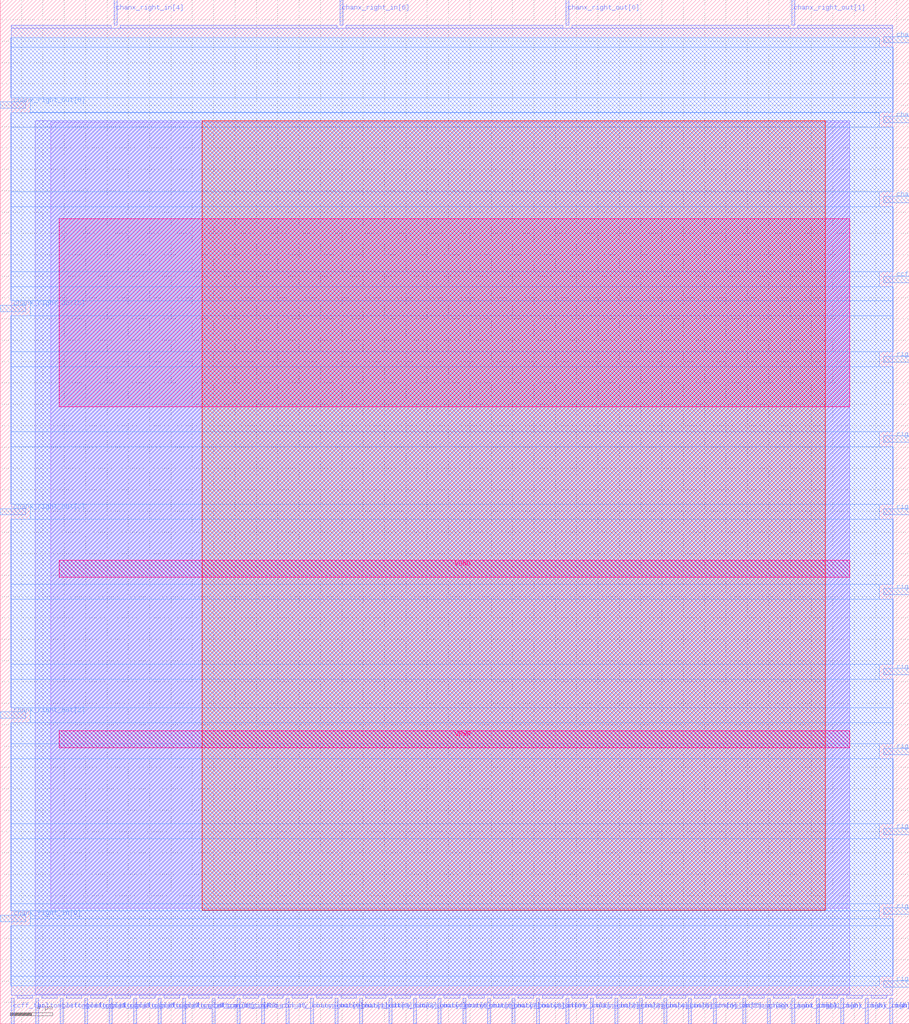
<source format=lef>
VERSION 5.7 ;
  NOWIREEXTENSIONATPIN ON ;
  DIVIDERCHAR "/" ;
  BUSBITCHARS "[]" ;
MACRO sb_0__3_
  CLASS BLOCK ;
  FOREIGN sb_0__3_ ;
  ORIGIN 0.000 0.000 ;
  SIZE 85.160 BY 95.880 ;
  PIN bottom_left_grid_pin_11_
    DIRECTION INPUT ;
    PORT
      LAYER met2 ;
        RECT 14.810 0.000 15.090 2.400 ;
    END
  END bottom_left_grid_pin_11_
  PIN bottom_left_grid_pin_13_
    DIRECTION INPUT ;
    PORT
      LAYER met2 ;
        RECT 17.110 0.000 17.390 2.400 ;
    END
  END bottom_left_grid_pin_13_
  PIN bottom_left_grid_pin_15_
    DIRECTION INPUT ;
    PORT
      LAYER met2 ;
        RECT 19.870 0.000 20.150 2.400 ;
    END
  END bottom_left_grid_pin_15_
  PIN bottom_left_grid_pin_1_
    DIRECTION INPUT ;
    PORT
      LAYER met2 ;
        RECT 3.310 0.000 3.590 2.400 ;
    END
  END bottom_left_grid_pin_1_
  PIN bottom_left_grid_pin_3_
    DIRECTION INPUT ;
    PORT
      LAYER met2 ;
        RECT 5.610 0.000 5.890 2.400 ;
    END
  END bottom_left_grid_pin_3_
  PIN bottom_left_grid_pin_5_
    DIRECTION INPUT ;
    PORT
      LAYER met2 ;
        RECT 7.910 0.000 8.190 2.400 ;
    END
  END bottom_left_grid_pin_5_
  PIN bottom_left_grid_pin_7_
    DIRECTION INPUT ;
    PORT
      LAYER met2 ;
        RECT 10.210 0.000 10.490 2.400 ;
    END
  END bottom_left_grid_pin_7_
  PIN bottom_left_grid_pin_9_
    DIRECTION INPUT ;
    PORT
      LAYER met2 ;
        RECT 12.510 0.000 12.790 2.400 ;
    END
  END bottom_left_grid_pin_9_
  PIN bottom_right_grid_pin_11_
    DIRECTION INPUT ;
    PORT
      LAYER met2 ;
        RECT 69.550 0.000 69.830 2.400 ;
    END
  END bottom_right_grid_pin_11_
  PIN ccff_head
    DIRECTION INPUT ;
    PORT
      LAYER met3 ;
        RECT 82.760 69.400 85.160 70.000 ;
    END
  END ccff_head
  PIN ccff_tail
    DIRECTION OUTPUT TRISTATE ;
    PORT
      LAYER met2 ;
        RECT 1.010 0.000 1.290 2.400 ;
    END
  END ccff_tail
  PIN chanx_right_in[0]
    DIRECTION INPUT ;
    PORT
      LAYER met3 ;
        RECT 0.000 9.560 2.400 10.160 ;
    END
  END chanx_right_in[0]
  PIN chanx_right_in[1]
    DIRECTION INPUT ;
    PORT
      LAYER met2 ;
        RECT 71.850 0.000 72.130 2.400 ;
    END
  END chanx_right_in[1]
  PIN chanx_right_in[2]
    DIRECTION INPUT ;
    PORT
      LAYER met2 ;
        RECT 74.150 0.000 74.430 2.400 ;
    END
  END chanx_right_in[2]
  PIN chanx_right_in[3]
    DIRECTION INPUT ;
    PORT
      LAYER met2 ;
        RECT 76.450 0.000 76.730 2.400 ;
    END
  END chanx_right_in[3]
  PIN chanx_right_in[4]
    DIRECTION INPUT ;
    PORT
      LAYER met2 ;
        RECT 10.670 93.480 10.950 95.880 ;
    END
  END chanx_right_in[4]
  PIN chanx_right_in[5]
    DIRECTION INPUT ;
    PORT
      LAYER met3 ;
        RECT 82.760 76.880 85.160 77.480 ;
    END
  END chanx_right_in[5]
  PIN chanx_right_in[6]
    DIRECTION INPUT ;
    PORT
      LAYER met2 ;
        RECT 31.830 93.480 32.110 95.880 ;
    END
  END chanx_right_in[6]
  PIN chanx_right_in[7]
    DIRECTION INPUT ;
    PORT
      LAYER met3 ;
        RECT 82.760 84.360 85.160 84.960 ;
    END
  END chanx_right_in[7]
  PIN chanx_right_in[8]
    DIRECTION INPUT ;
    PORT
      LAYER met2 ;
        RECT 78.750 0.000 79.030 2.400 ;
    END
  END chanx_right_in[8]
  PIN chanx_right_out[0]
    DIRECTION OUTPUT TRISTATE ;
    PORT
      LAYER met2 ;
        RECT 52.990 93.480 53.270 95.880 ;
    END
  END chanx_right_out[0]
  PIN chanx_right_out[1]
    DIRECTION OUTPUT TRISTATE ;
    PORT
      LAYER met2 ;
        RECT 74.150 93.480 74.430 95.880 ;
    END
  END chanx_right_out[1]
  PIN chanx_right_out[2]
    DIRECTION OUTPUT TRISTATE ;
    PORT
      LAYER met3 ;
        RECT 0.000 28.600 2.400 29.200 ;
    END
  END chanx_right_out[2]
  PIN chanx_right_out[3]
    DIRECTION OUTPUT TRISTATE ;
    PORT
      LAYER met3 ;
        RECT 0.000 47.640 2.400 48.240 ;
    END
  END chanx_right_out[3]
  PIN chanx_right_out[4]
    DIRECTION OUTPUT TRISTATE ;
    PORT
      LAYER met3 ;
        RECT 82.760 91.840 85.160 92.440 ;
    END
  END chanx_right_out[4]
  PIN chanx_right_out[5]
    DIRECTION OUTPUT TRISTATE ;
    PORT
      LAYER met3 ;
        RECT 0.000 66.680 2.400 67.280 ;
    END
  END chanx_right_out[5]
  PIN chanx_right_out[6]
    DIRECTION OUTPUT TRISTATE ;
    PORT
      LAYER met3 ;
        RECT 0.000 85.720 2.400 86.320 ;
    END
  END chanx_right_out[6]
  PIN chanx_right_out[7]
    DIRECTION OUTPUT TRISTATE ;
    PORT
      LAYER met2 ;
        RECT 81.050 0.000 81.330 2.400 ;
    END
  END chanx_right_out[7]
  PIN chanx_right_out[8]
    DIRECTION OUTPUT TRISTATE ;
    PORT
      LAYER met2 ;
        RECT 83.350 0.000 83.630 2.400 ;
    END
  END chanx_right_out[8]
  PIN chany_bottom_in[0]
    DIRECTION INPUT ;
    PORT
      LAYER met2 ;
        RECT 47.930 0.000 48.210 2.400 ;
    END
  END chany_bottom_in[0]
  PIN chany_bottom_in[1]
    DIRECTION INPUT ;
    PORT
      LAYER met2 ;
        RECT 50.230 0.000 50.510 2.400 ;
    END
  END chany_bottom_in[1]
  PIN chany_bottom_in[2]
    DIRECTION INPUT ;
    PORT
      LAYER met2 ;
        RECT 52.990 0.000 53.270 2.400 ;
    END
  END chany_bottom_in[2]
  PIN chany_bottom_in[3]
    DIRECTION INPUT ;
    PORT
      LAYER met2 ;
        RECT 55.290 0.000 55.570 2.400 ;
    END
  END chany_bottom_in[3]
  PIN chany_bottom_in[4]
    DIRECTION INPUT ;
    PORT
      LAYER met2 ;
        RECT 57.590 0.000 57.870 2.400 ;
    END
  END chany_bottom_in[4]
  PIN chany_bottom_in[5]
    DIRECTION INPUT ;
    PORT
      LAYER met2 ;
        RECT 59.890 0.000 60.170 2.400 ;
    END
  END chany_bottom_in[5]
  PIN chany_bottom_in[6]
    DIRECTION INPUT ;
    PORT
      LAYER met2 ;
        RECT 62.190 0.000 62.470 2.400 ;
    END
  END chany_bottom_in[6]
  PIN chany_bottom_in[7]
    DIRECTION INPUT ;
    PORT
      LAYER met2 ;
        RECT 64.490 0.000 64.770 2.400 ;
    END
  END chany_bottom_in[7]
  PIN chany_bottom_in[8]
    DIRECTION INPUT ;
    PORT
      LAYER met2 ;
        RECT 66.790 0.000 67.070 2.400 ;
    END
  END chany_bottom_in[8]
  PIN chany_bottom_out[0]
    DIRECTION OUTPUT TRISTATE ;
    PORT
      LAYER met2 ;
        RECT 26.770 0.000 27.050 2.400 ;
    END
  END chany_bottom_out[0]
  PIN chany_bottom_out[1]
    DIRECTION OUTPUT TRISTATE ;
    PORT
      LAYER met2 ;
        RECT 29.070 0.000 29.350 2.400 ;
    END
  END chany_bottom_out[1]
  PIN chany_bottom_out[2]
    DIRECTION OUTPUT TRISTATE ;
    PORT
      LAYER met2 ;
        RECT 31.370 0.000 31.650 2.400 ;
    END
  END chany_bottom_out[2]
  PIN chany_bottom_out[3]
    DIRECTION OUTPUT TRISTATE ;
    PORT
      LAYER met2 ;
        RECT 33.670 0.000 33.950 2.400 ;
    END
  END chany_bottom_out[3]
  PIN chany_bottom_out[4]
    DIRECTION OUTPUT TRISTATE ;
    PORT
      LAYER met2 ;
        RECT 36.430 0.000 36.710 2.400 ;
    END
  END chany_bottom_out[4]
  PIN chany_bottom_out[5]
    DIRECTION OUTPUT TRISTATE ;
    PORT
      LAYER met2 ;
        RECT 38.730 0.000 39.010 2.400 ;
    END
  END chany_bottom_out[5]
  PIN chany_bottom_out[6]
    DIRECTION OUTPUT TRISTATE ;
    PORT
      LAYER met2 ;
        RECT 41.030 0.000 41.310 2.400 ;
    END
  END chany_bottom_out[6]
  PIN chany_bottom_out[7]
    DIRECTION OUTPUT TRISTATE ;
    PORT
      LAYER met2 ;
        RECT 43.330 0.000 43.610 2.400 ;
    END
  END chany_bottom_out[7]
  PIN chany_bottom_out[8]
    DIRECTION OUTPUT TRISTATE ;
    PORT
      LAYER met2 ;
        RECT 45.630 0.000 45.910 2.400 ;
    END
  END chany_bottom_out[8]
  PIN pReset
    DIRECTION INPUT ;
    PORT
      LAYER met2 ;
        RECT 24.470 0.000 24.750 2.400 ;
    END
  END pReset
  PIN prog_clk
    DIRECTION INPUT ;
    PORT
      LAYER met2 ;
        RECT 22.170 0.000 22.450 2.400 ;
    END
  END prog_clk
  PIN right_bottom_grid_pin_12_
    DIRECTION INPUT ;
    PORT
      LAYER met3 ;
        RECT 82.760 3.440 85.160 4.040 ;
    END
  END right_bottom_grid_pin_12_
  PIN right_top_grid_pin_11_
    DIRECTION INPUT ;
    PORT
      LAYER met3 ;
        RECT 82.760 25.200 85.160 25.800 ;
    END
  END right_top_grid_pin_11_
  PIN right_top_grid_pin_13_
    DIRECTION INPUT ;
    PORT
      LAYER met3 ;
        RECT 82.760 17.720 85.160 18.320 ;
    END
  END right_top_grid_pin_13_
  PIN right_top_grid_pin_15_
    DIRECTION INPUT ;
    PORT
      LAYER met3 ;
        RECT 82.760 10.240 85.160 10.840 ;
    END
  END right_top_grid_pin_15_
  PIN right_top_grid_pin_1_
    DIRECTION INPUT ;
    PORT
      LAYER met3 ;
        RECT 82.760 61.920 85.160 62.520 ;
    END
  END right_top_grid_pin_1_
  PIN right_top_grid_pin_3_
    DIRECTION INPUT ;
    PORT
      LAYER met3 ;
        RECT 82.760 54.440 85.160 55.040 ;
    END
  END right_top_grid_pin_3_
  PIN right_top_grid_pin_5_
    DIRECTION INPUT ;
    PORT
      LAYER met3 ;
        RECT 82.760 47.640 85.160 48.240 ;
    END
  END right_top_grid_pin_5_
  PIN right_top_grid_pin_7_
    DIRECTION INPUT ;
    PORT
      LAYER met3 ;
        RECT 82.760 40.160 85.160 40.760 ;
    END
  END right_top_grid_pin_7_
  PIN right_top_grid_pin_9_
    DIRECTION INPUT ;
    PORT
      LAYER met3 ;
        RECT 82.760 32.680 85.160 33.280 ;
    END
  END right_top_grid_pin_9_
  PIN VPWR
    DIRECTION INPUT ;
    USE POWER ;
    PORT
      LAYER met5 ;
        RECT 5.520 25.820 79.580 27.420 ;
    END
  END VPWR
  PIN VGND
    DIRECTION INPUT ;
    USE GROUND ;
    PORT
      LAYER met5 ;
        RECT 5.520 41.800 79.580 43.400 ;
    END
  END VGND
  OBS
      LAYER li1 ;
        RECT 4.745 10.795 79.580 84.405 ;
      LAYER met1 ;
        RECT 3.290 2.760 79.580 84.560 ;
      LAYER met2 ;
        RECT 1.010 93.200 10.390 93.480 ;
        RECT 11.230 93.200 31.550 93.480 ;
        RECT 32.390 93.200 52.710 93.480 ;
        RECT 53.550 93.200 73.870 93.480 ;
        RECT 74.710 93.200 83.630 93.480 ;
        RECT 1.010 2.680 83.630 93.200 ;
        RECT 1.570 2.400 3.030 2.680 ;
        RECT 3.870 2.400 5.330 2.680 ;
        RECT 6.170 2.400 7.630 2.680 ;
        RECT 8.470 2.400 9.930 2.680 ;
        RECT 10.770 2.400 12.230 2.680 ;
        RECT 13.070 2.400 14.530 2.680 ;
        RECT 15.370 2.400 16.830 2.680 ;
        RECT 17.670 2.400 19.590 2.680 ;
        RECT 20.430 2.400 21.890 2.680 ;
        RECT 22.730 2.400 24.190 2.680 ;
        RECT 25.030 2.400 26.490 2.680 ;
        RECT 27.330 2.400 28.790 2.680 ;
        RECT 29.630 2.400 31.090 2.680 ;
        RECT 31.930 2.400 33.390 2.680 ;
        RECT 34.230 2.400 36.150 2.680 ;
        RECT 36.990 2.400 38.450 2.680 ;
        RECT 39.290 2.400 40.750 2.680 ;
        RECT 41.590 2.400 43.050 2.680 ;
        RECT 43.890 2.400 45.350 2.680 ;
        RECT 46.190 2.400 47.650 2.680 ;
        RECT 48.490 2.400 49.950 2.680 ;
        RECT 50.790 2.400 52.710 2.680 ;
        RECT 53.550 2.400 55.010 2.680 ;
        RECT 55.850 2.400 57.310 2.680 ;
        RECT 58.150 2.400 59.610 2.680 ;
        RECT 60.450 2.400 61.910 2.680 ;
        RECT 62.750 2.400 64.210 2.680 ;
        RECT 65.050 2.400 66.510 2.680 ;
        RECT 67.350 2.400 69.270 2.680 ;
        RECT 70.110 2.400 71.570 2.680 ;
        RECT 72.410 2.400 73.870 2.680 ;
        RECT 74.710 2.400 76.170 2.680 ;
        RECT 77.010 2.400 78.470 2.680 ;
        RECT 79.310 2.400 80.770 2.680 ;
        RECT 81.610 2.400 83.070 2.680 ;
      LAYER met3 ;
        RECT 0.985 91.440 82.360 92.305 ;
        RECT 0.985 86.720 83.655 91.440 ;
        RECT 2.800 85.360 83.655 86.720 ;
        RECT 2.800 85.320 82.360 85.360 ;
        RECT 0.985 83.960 82.360 85.320 ;
        RECT 0.985 77.880 83.655 83.960 ;
        RECT 0.985 76.480 82.360 77.880 ;
        RECT 0.985 70.400 83.655 76.480 ;
        RECT 0.985 69.000 82.360 70.400 ;
        RECT 0.985 67.680 83.655 69.000 ;
        RECT 2.800 66.280 83.655 67.680 ;
        RECT 0.985 62.920 83.655 66.280 ;
        RECT 0.985 61.520 82.360 62.920 ;
        RECT 0.985 55.440 83.655 61.520 ;
        RECT 0.985 54.040 82.360 55.440 ;
        RECT 0.985 48.640 83.655 54.040 ;
        RECT 2.800 47.240 82.360 48.640 ;
        RECT 0.985 41.160 83.655 47.240 ;
        RECT 0.985 39.760 82.360 41.160 ;
        RECT 0.985 33.680 83.655 39.760 ;
        RECT 0.985 32.280 82.360 33.680 ;
        RECT 0.985 29.600 83.655 32.280 ;
        RECT 2.800 28.200 83.655 29.600 ;
        RECT 0.985 26.200 83.655 28.200 ;
        RECT 0.985 24.800 82.360 26.200 ;
        RECT 0.985 18.720 83.655 24.800 ;
        RECT 0.985 17.320 82.360 18.720 ;
        RECT 0.985 11.240 83.655 17.320 ;
        RECT 0.985 10.560 82.360 11.240 ;
        RECT 2.800 9.840 82.360 10.560 ;
        RECT 2.800 9.160 83.655 9.840 ;
        RECT 0.985 4.440 83.655 9.160 ;
        RECT 0.985 3.575 82.360 4.440 ;
      LAYER met4 ;
        RECT 18.910 10.640 77.285 84.560 ;
      LAYER met5 ;
        RECT 5.520 57.780 79.580 75.360 ;
  END
END sb_0__3_
END LIBRARY


</source>
